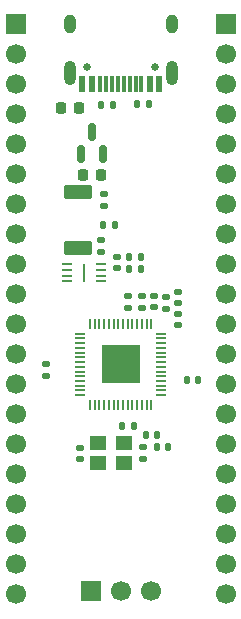
<source format=gbr>
%TF.GenerationSoftware,KiCad,Pcbnew,9.0.1*%
%TF.CreationDate,2026-01-11T13:47:59+00:00*%
%TF.ProjectId,heidi-pico,68656964-692d-4706-9963-6f2e6b696361,rev?*%
%TF.SameCoordinates,Original*%
%TF.FileFunction,Soldermask,Top*%
%TF.FilePolarity,Negative*%
%FSLAX46Y46*%
G04 Gerber Fmt 4.6, Leading zero omitted, Abs format (unit mm)*
G04 Created by KiCad (PCBNEW 9.0.1) date 2026-01-11 13:47:59*
%MOMM*%
%LPD*%
G01*
G04 APERTURE LIST*
G04 Aperture macros list*
%AMRoundRect*
0 Rectangle with rounded corners*
0 $1 Rounding radius*
0 $2 $3 $4 $5 $6 $7 $8 $9 X,Y pos of 4 corners*
0 Add a 4 corners polygon primitive as box body*
4,1,4,$2,$3,$4,$5,$6,$7,$8,$9,$2,$3,0*
0 Add four circle primitives for the rounded corners*
1,1,$1+$1,$2,$3*
1,1,$1+$1,$4,$5*
1,1,$1+$1,$6,$7*
1,1,$1+$1,$8,$9*
0 Add four rect primitives between the rounded corners*
20,1,$1+$1,$2,$3,$4,$5,0*
20,1,$1+$1,$4,$5,$6,$7,0*
20,1,$1+$1,$6,$7,$8,$9,0*
20,1,$1+$1,$8,$9,$2,$3,0*%
G04 Aperture macros list end*
%ADD10RoundRect,0.062500X-0.387500X-0.062500X0.387500X-0.062500X0.387500X0.062500X-0.387500X0.062500X0*%
%ADD11R,0.200000X1.600000*%
%ADD12RoundRect,0.140000X-0.140000X-0.170000X0.140000X-0.170000X0.140000X0.170000X-0.140000X0.170000X0*%
%ADD13R,1.700000X1.700000*%
%ADD14C,1.700000*%
%ADD15RoundRect,0.135000X-0.185000X0.135000X-0.185000X-0.135000X0.185000X-0.135000X0.185000X0.135000X0*%
%ADD16RoundRect,0.150000X0.150000X-0.587500X0.150000X0.587500X-0.150000X0.587500X-0.150000X-0.587500X0*%
%ADD17RoundRect,0.140000X0.170000X-0.140000X0.170000X0.140000X-0.170000X0.140000X-0.170000X-0.140000X0*%
%ADD18RoundRect,0.140000X-0.170000X0.140000X-0.170000X-0.140000X0.170000X-0.140000X0.170000X0.140000X0*%
%ADD19C,0.650000*%
%ADD20R,0.600000X1.450000*%
%ADD21R,0.300000X1.450000*%
%ADD22O,1.000000X2.100000*%
%ADD23O,1.000000X1.600000*%
%ADD24RoundRect,0.100000X-1.050000X0.525000X-1.050000X-0.525000X1.050000X-0.525000X1.050000X0.525000X0*%
%ADD25RoundRect,0.050000X-0.387500X-0.050000X0.387500X-0.050000X0.387500X0.050000X-0.387500X0.050000X0*%
%ADD26RoundRect,0.050000X-0.050000X-0.387500X0.050000X-0.387500X0.050000X0.387500X-0.050000X0.387500X0*%
%ADD27R,3.200000X3.200000*%
%ADD28RoundRect,0.135000X0.135000X0.185000X-0.135000X0.185000X-0.135000X-0.185000X0.135000X-0.185000X0*%
%ADD29RoundRect,0.135000X-0.135000X-0.185000X0.135000X-0.185000X0.135000X0.185000X-0.135000X0.185000X0*%
%ADD30R,1.400000X1.200000*%
%ADD31RoundRect,0.225000X-0.225000X-0.250000X0.225000X-0.250000X0.225000X0.250000X-0.225000X0.250000X0*%
%ADD32RoundRect,0.140000X0.140000X0.170000X-0.140000X0.170000X-0.140000X-0.170000X0.140000X-0.170000X0*%
%ADD33RoundRect,0.225000X0.225000X0.250000X-0.225000X0.250000X-0.225000X-0.250000X0.225000X-0.250000X0*%
G04 APERTURE END LIST*
D10*
%TO.C,U3*%
X87825000Y-96250000D03*
X87825000Y-96750000D03*
X87825000Y-97250000D03*
X87825000Y-97750000D03*
X90675000Y-97750000D03*
X90675000Y-97250000D03*
X90675000Y-96750000D03*
X90675000Y-96250000D03*
D11*
X89250000Y-97000000D03*
%TD*%
D12*
%TO.C,C5*%
X93070000Y-95660000D03*
X94030000Y-95660000D03*
%TD*%
%TO.C,C10*%
X94450000Y-110750000D03*
X95410000Y-110750000D03*
%TD*%
D13*
%TO.C,J3*%
X83460000Y-75970000D03*
D14*
X83460000Y-78510000D03*
X83460000Y-81050000D03*
X83460000Y-83590000D03*
X83460000Y-86130000D03*
X83460000Y-88670000D03*
X83460000Y-91210000D03*
X83460000Y-93750000D03*
X83460000Y-96290000D03*
X83460000Y-98830000D03*
X83460000Y-101370000D03*
X83460000Y-103910000D03*
X83460000Y-106450000D03*
X83460000Y-108990000D03*
X83460000Y-111530000D03*
X83460000Y-114070000D03*
X83460000Y-116610000D03*
X83460000Y-119150000D03*
X83460000Y-121690000D03*
X83460000Y-124230000D03*
%TD*%
D15*
%TO.C,R6*%
X90960000Y-90360000D03*
X90960000Y-91380000D03*
%TD*%
D13*
%TO.C,J2*%
X89810000Y-123990000D03*
D14*
X92350000Y-123990000D03*
X94890000Y-123990000D03*
%TD*%
D16*
%TO.C,U2*%
X88960000Y-86967500D03*
X90860000Y-86967500D03*
X89910000Y-85092500D03*
%TD*%
D17*
%TO.C,C7*%
X97180000Y-101480000D03*
X97180000Y-100520000D03*
%TD*%
D12*
%TO.C,C8*%
X97920000Y-106080000D03*
X98880000Y-106080000D03*
%TD*%
D18*
%TO.C,C15*%
X94190000Y-111790000D03*
X94190000Y-112750000D03*
%TD*%
D19*
%TO.C,J1*%
X95240000Y-79562000D03*
X89460000Y-79562000D03*
D20*
X95600000Y-81007000D03*
X94800000Y-81007000D03*
D21*
X93600000Y-81007000D03*
X92600000Y-81007000D03*
X92100000Y-81007000D03*
X91100000Y-81007000D03*
D20*
X89900000Y-81007000D03*
X89100000Y-81007000D03*
X89100000Y-81007000D03*
X89900000Y-81007000D03*
D21*
X90600000Y-81007000D03*
X91600000Y-81007000D03*
X93100000Y-81007000D03*
X94100000Y-81007000D03*
D20*
X94800000Y-81007000D03*
X95600000Y-81007000D03*
D22*
X96670000Y-80092000D03*
D23*
X96670000Y-75912000D03*
D22*
X88030000Y-80092000D03*
D23*
X88030000Y-75912000D03*
%TD*%
D24*
%TO.C,SW1*%
X88720000Y-94955000D03*
X88720000Y-90205000D03*
%TD*%
D25*
%TO.C,U1*%
X88902500Y-102180000D03*
X88902500Y-102580000D03*
X88902500Y-102980000D03*
X88902500Y-103380000D03*
X88902500Y-103780000D03*
X88902500Y-104180000D03*
X88902500Y-104580000D03*
X88902500Y-104980000D03*
X88902500Y-105380000D03*
X88902500Y-105780000D03*
X88902500Y-106180000D03*
X88902500Y-106580000D03*
X88902500Y-106980000D03*
X88902500Y-107380000D03*
D26*
X89740000Y-108217500D03*
X90140000Y-108217500D03*
X90540000Y-108217500D03*
X90940000Y-108217500D03*
X91340000Y-108217500D03*
X91740000Y-108217500D03*
X92140000Y-108217500D03*
X92540000Y-108217500D03*
X92940000Y-108217500D03*
X93340000Y-108217500D03*
X93740000Y-108217500D03*
X94140000Y-108217500D03*
X94540000Y-108217500D03*
X94940000Y-108217500D03*
D25*
X95777500Y-107380000D03*
X95777500Y-106980000D03*
X95777500Y-106580000D03*
X95777500Y-106180000D03*
X95777500Y-105780000D03*
X95777500Y-105380000D03*
X95777500Y-104980000D03*
X95777500Y-104580000D03*
X95777500Y-104180000D03*
X95777500Y-103780000D03*
X95777500Y-103380000D03*
X95777500Y-102980000D03*
X95777500Y-102580000D03*
X95777500Y-102180000D03*
D26*
X94940000Y-101342500D03*
X94540000Y-101342500D03*
X94140000Y-101342500D03*
X93740000Y-101342500D03*
X93340000Y-101342500D03*
X92940000Y-101342500D03*
X92540000Y-101342500D03*
X92140000Y-101342500D03*
X91740000Y-101342500D03*
X91340000Y-101342500D03*
X90940000Y-101342500D03*
X90540000Y-101342500D03*
X90140000Y-101342500D03*
X89740000Y-101342500D03*
D27*
X92340000Y-104780000D03*
%TD*%
D28*
%TO.C,R5*%
X91880000Y-92990000D03*
X90860000Y-92990000D03*
%TD*%
D29*
%TO.C,R3*%
X93690000Y-82750000D03*
X94710000Y-82750000D03*
%TD*%
D12*
%TO.C,C9*%
X93070000Y-96710000D03*
X94030000Y-96710000D03*
%TD*%
D30*
%TO.C,Y1*%
X90450000Y-113120000D03*
X92650000Y-113120000D03*
X92650000Y-111420000D03*
X90450000Y-111420000D03*
%TD*%
D17*
%TO.C,C1*%
X95150000Y-99920000D03*
X95150000Y-98960000D03*
%TD*%
D28*
%TO.C,R7*%
X93430000Y-109980000D03*
X92410000Y-109980000D03*
%TD*%
%TO.C,R4*%
X91710000Y-82840000D03*
X90690000Y-82840000D03*
%TD*%
D18*
%TO.C,C14*%
X88910000Y-111820000D03*
X88910000Y-112780000D03*
%TD*%
D13*
%TO.C,J4*%
X101240000Y-75970000D03*
D14*
X101240000Y-78510000D03*
X101240000Y-81050000D03*
X101240000Y-83590000D03*
X101240000Y-86130000D03*
X101240000Y-88670000D03*
X101240000Y-91210000D03*
X101240000Y-93750000D03*
X101240000Y-96290000D03*
X101240000Y-98830000D03*
X101240000Y-101370000D03*
X101240000Y-103910000D03*
X101240000Y-106450000D03*
X101240000Y-108990000D03*
X101240000Y-111530000D03*
X101240000Y-114070000D03*
X101240000Y-116610000D03*
X101240000Y-119150000D03*
X101240000Y-121690000D03*
X101240000Y-124230000D03*
%TD*%
D17*
%TO.C,C11*%
X96180000Y-100060000D03*
X96180000Y-99100000D03*
%TD*%
%TO.C,C2*%
X92050000Y-96620000D03*
X92050000Y-95660000D03*
%TD*%
%TO.C,C16*%
X90670000Y-95230000D03*
X90670000Y-94270000D03*
%TD*%
D31*
%TO.C,C13*%
X87295000Y-83100000D03*
X88845000Y-83100000D03*
%TD*%
D17*
%TO.C,C6*%
X97170000Y-99570000D03*
X97170000Y-98610000D03*
%TD*%
D32*
%TO.C,C3*%
X96340000Y-111750000D03*
X95380000Y-111750000D03*
%TD*%
D15*
%TO.C,R1*%
X92960000Y-98950000D03*
X92960000Y-99970000D03*
%TD*%
D33*
%TO.C,C12*%
X90660000Y-88780000D03*
X89110000Y-88780000D03*
%TD*%
D15*
%TO.C,R2*%
X94140000Y-98950000D03*
X94140000Y-99970000D03*
%TD*%
D17*
%TO.C,C4*%
X86000000Y-105740000D03*
X86000000Y-104780000D03*
%TD*%
M02*

</source>
